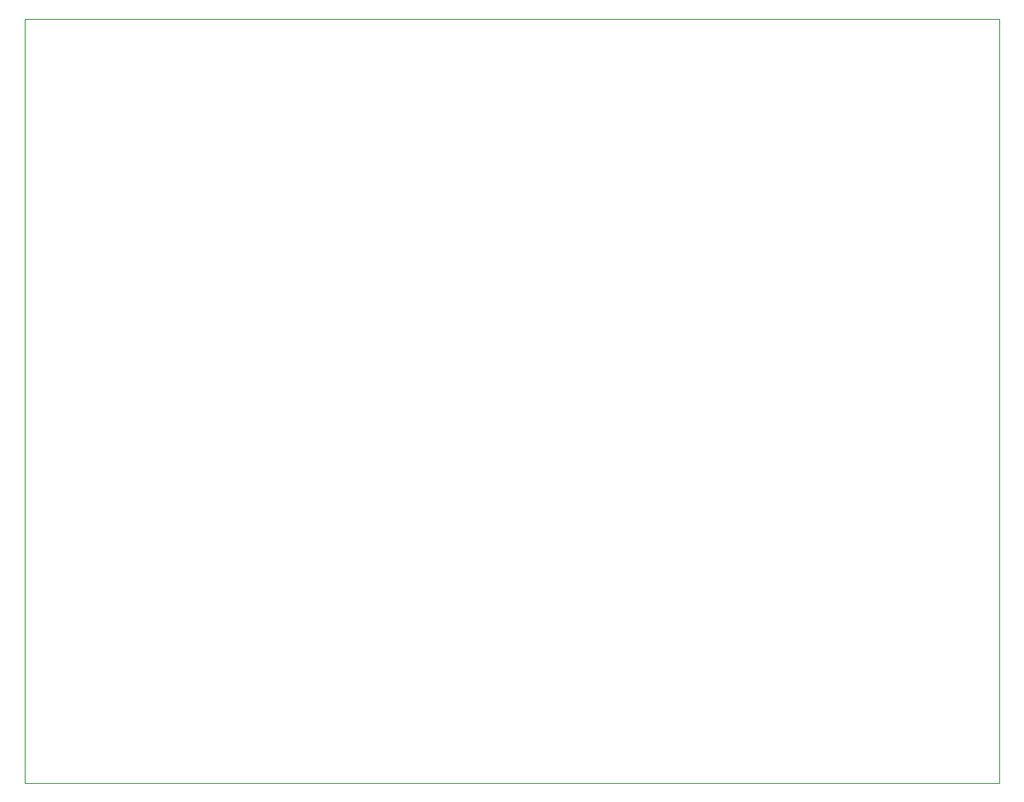
<source format=gbr>
%TF.GenerationSoftware,KiCad,Pcbnew,8.0.4*%
%TF.CreationDate,2024-10-07T12:15:03+07:00*%
%TF.ProjectId,BATTERY_CONVERTER,42415454-4552-4595-9f43-4f4e56455254,rev?*%
%TF.SameCoordinates,Original*%
%TF.FileFunction,Profile,NP*%
%FSLAX46Y46*%
G04 Gerber Fmt 4.6, Leading zero omitted, Abs format (unit mm)*
G04 Created by KiCad (PCBNEW 8.0.4) date 2024-10-07 12:15:03*
%MOMM*%
%LPD*%
G01*
G04 APERTURE LIST*
%TA.AperFunction,Profile*%
%ADD10C,0.050000*%
%TD*%
G04 APERTURE END LIST*
D10*
X39026400Y-47670744D02*
X139026400Y-47670744D01*
X139026400Y-126080744D01*
X39026400Y-126080744D01*
X39026400Y-47670744D01*
M02*

</source>
